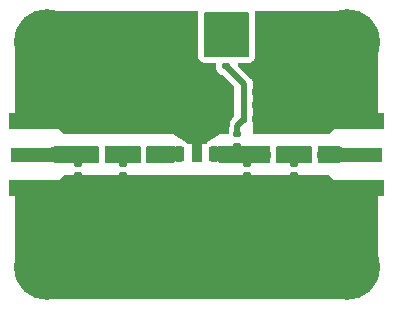
<source format=gbr>
%TF.GenerationSoftware,KiCad,Pcbnew,8.0.0*%
%TF.CreationDate,2024-05-05T15:44:05-04:00*%
%TF.ProjectId,S-Band Driver Amplifier,532d4261-6e64-4204-9472-697665722041,v1.0*%
%TF.SameCoordinates,Original*%
%TF.FileFunction,Copper,L1,Top*%
%TF.FilePolarity,Positive*%
%FSLAX46Y46*%
G04 Gerber Fmt 4.6, Leading zero omitted, Abs format (unit mm)*
G04 Created by KiCad (PCBNEW 8.0.0) date 2024-05-05 15:44:05*
%MOMM*%
%LPD*%
G01*
G04 APERTURE LIST*
G04 Aperture macros list*
%AMRoundRect*
0 Rectangle with rounded corners*
0 $1 Rounding radius*
0 $2 $3 $4 $5 $6 $7 $8 $9 X,Y pos of 4 corners*
0 Add a 4 corners polygon primitive as box body*
4,1,4,$2,$3,$4,$5,$6,$7,$8,$9,$2,$3,0*
0 Add four circle primitives for the rounded corners*
1,1,$1+$1,$2,$3*
1,1,$1+$1,$4,$5*
1,1,$1+$1,$6,$7*
1,1,$1+$1,$8,$9*
0 Add four rect primitives between the rounded corners*
20,1,$1+$1,$2,$3,$4,$5,0*
20,1,$1+$1,$4,$5,$6,$7,0*
20,1,$1+$1,$6,$7,$8,$9,0*
20,1,$1+$1,$8,$9,$2,$3,0*%
%AMFreePoly0*
4,1,9,3.862500,-0.866500,0.737500,-0.866500,0.737500,-0.450000,-0.737500,-0.450000,-0.737500,0.450000,0.737500,0.450000,0.737500,0.866500,3.862500,0.866500,3.862500,-0.866500,3.862500,-0.866500,$1*%
G04 Aperture macros list end*
%TA.AperFunction,SMDPad,CuDef*%
%ADD10RoundRect,0.135000X-0.185000X0.135000X-0.185000X-0.135000X0.185000X-0.135000X0.185000X0.135000X0*%
%TD*%
%TA.AperFunction,SMDPad,CuDef*%
%ADD11RoundRect,0.140000X-0.140000X-0.170000X0.140000X-0.170000X0.140000X0.170000X-0.140000X0.170000X0*%
%TD*%
%TA.AperFunction,SMDPad,CuDef*%
%ADD12RoundRect,0.140000X0.170000X-0.140000X0.170000X0.140000X-0.170000X0.140000X-0.170000X-0.140000X0*%
%TD*%
%TA.AperFunction,ComponentPad*%
%ADD13C,5.562600*%
%TD*%
%TA.AperFunction,SMDPad,CuDef*%
%ADD14RoundRect,0.225000X0.225000X-0.425000X0.225000X0.425000X-0.225000X0.425000X-0.225000X-0.425000X0*%
%TD*%
%TA.AperFunction,SMDPad,CuDef*%
%ADD15FreePoly0,90.000000*%
%TD*%
%TA.AperFunction,SMDPad,CuDef*%
%ADD16RoundRect,0.147500X-0.172500X0.147500X-0.172500X-0.147500X0.172500X-0.147500X0.172500X0.147500X0*%
%TD*%
%TA.AperFunction,SMDPad,CuDef*%
%ADD17R,3.600000X1.270000*%
%TD*%
%TA.AperFunction,SMDPad,CuDef*%
%ADD18R,4.200000X1.350000*%
%TD*%
%TA.AperFunction,ViaPad*%
%ADD19C,0.600000*%
%TD*%
%TA.AperFunction,Conductor*%
%ADD20C,0.500000*%
%TD*%
G04 APERTURE END LIST*
D10*
%TO.P,R1,1*%
%TO.N,VCC*%
X123140000Y-48640000D03*
%TO.P,R1,2*%
%TO.N,Net-(C5-Pad1)*%
X123140000Y-49660000D03*
%TD*%
D11*
%TO.P,C11,1*%
%TO.N,Net-(C10-Pad2)*%
X130170000Y-57150000D03*
%TO.P,C11,2*%
%TO.N,Net-(J2-In)*%
X131130000Y-57150000D03*
%TD*%
D12*
%TO.P,C10,2*%
%TO.N,Net-(C10-Pad2)*%
X128900000Y-57920000D03*
%TO.P,C10,1*%
%TO.N,GND*%
X128900000Y-58880000D03*
%TD*%
%TO.P,C9,1*%
%TO.N,GND*%
X110650000Y-58880000D03*
%TO.P,C9,2*%
%TO.N,Net-(J1-In)*%
X110650000Y-57920000D03*
%TD*%
D11*
%TO.P,C8,1*%
%TO.N,Net-(C1-Pad2)*%
X115670000Y-57150000D03*
%TO.P,C8,2*%
%TO.N,Net-(C8-Pad2)*%
X116630000Y-57150000D03*
%TD*%
D13*
%TO.P,H4,1,1*%
%TO.N,GND*%
X133350000Y-47625000D03*
%TD*%
%TO.P,H3,1,1*%
%TO.N,GND*%
X107950000Y-47625000D03*
%TD*%
%TO.P,H2,1,1*%
%TO.N,GND*%
X133350000Y-66675000D03*
%TD*%
%TO.P,H1,1,1*%
%TO.N,GND*%
X107950000Y-66675000D03*
%TD*%
D14*
%TO.P,U1,1*%
%TO.N,Net-(C8-Pad2)*%
X119150000Y-57083500D03*
D15*
%TO.P,U1,2,GND*%
%TO.N,GND*%
X120650000Y-56996000D03*
D14*
%TO.P,U1,3*%
%TO.N,Net-(C2-Pad1)*%
X122150000Y-57083500D03*
%TD*%
D16*
%TO.P,L1,1*%
%TO.N,Net-(C5-Pad1)*%
X124100000Y-55415000D03*
%TO.P,L1,2*%
%TO.N,Net-(C2-Pad1)*%
X124100000Y-56385000D03*
%TD*%
D17*
%TO.P,J2,1,In*%
%TO.N,Net-(J2-In)*%
X134602500Y-57150000D03*
D18*
%TO.P,J2,2,Ext*%
%TO.N,GND*%
X134402500Y-59975000D03*
X134402500Y-54325000D03*
%TD*%
D17*
%TO.P,J1,1,In*%
%TO.N,Net-(J1-In)*%
X106697500Y-57150000D03*
D18*
%TO.P,J1,2,Ext*%
%TO.N,GND*%
X106897500Y-54325000D03*
X106897500Y-59975000D03*
%TD*%
D11*
%TO.P,C7,1*%
%TO.N,Net-(C5-Pad1)*%
X124670000Y-52979000D03*
%TO.P,C7,2*%
%TO.N,GND*%
X125630000Y-52979000D03*
%TD*%
%TO.P,C6,1*%
%TO.N,Net-(C5-Pad1)*%
X124670000Y-51836000D03*
%TO.P,C6,2*%
%TO.N,GND*%
X125630000Y-51836000D03*
%TD*%
%TO.P,C5,1*%
%TO.N,Net-(C5-Pad1)*%
X124670000Y-54122000D03*
%TO.P,C5,2*%
%TO.N,GND*%
X125630000Y-54122000D03*
%TD*%
D12*
%TO.P,C4,1*%
%TO.N,GND*%
X124900000Y-58880000D03*
%TO.P,C4,2*%
%TO.N,Net-(C2-Pad1)*%
X124900000Y-57920000D03*
%TD*%
%TO.P,C3,1*%
%TO.N,GND*%
X114400000Y-58880000D03*
%TO.P,C3,2*%
%TO.N,Net-(C1-Pad2)*%
X114400000Y-57920000D03*
%TD*%
D11*
%TO.P,C2,1*%
%TO.N,Net-(C2-Pad1)*%
X126670000Y-57150000D03*
%TO.P,C2,2*%
%TO.N,Net-(C10-Pad2)*%
X127630000Y-57150000D03*
%TD*%
%TO.P,C1,2*%
%TO.N,Net-(C1-Pad2)*%
X113130000Y-57150000D03*
%TO.P,C1,1*%
%TO.N,Net-(J1-In)*%
X112170000Y-57150000D03*
%TD*%
D19*
%TO.N,GND*%
X133150000Y-52150000D03*
X128150000Y-52150000D03*
X130650000Y-49650000D03*
X128150000Y-47150000D03*
X125650000Y-49650000D03*
X120650000Y-49650000D03*
X115650000Y-49650000D03*
X113150000Y-47150000D03*
X110650000Y-49650000D03*
X113150000Y-52150000D03*
X108150000Y-52150000D03*
X133150000Y-62150000D03*
X128150000Y-62150000D03*
X130650000Y-64650000D03*
X128150000Y-67150000D03*
X125650000Y-64650000D03*
X123150000Y-62150000D03*
X123150000Y-67150000D03*
X120650000Y-64650000D03*
X118150000Y-62150000D03*
X118150000Y-67150000D03*
X113150000Y-67150000D03*
X115650000Y-64650000D03*
X113150000Y-62150000D03*
X110650000Y-64650000D03*
X108150000Y-62150000D03*
X126150000Y-54150000D03*
X126650000Y-54650000D03*
X127150000Y-54150000D03*
X122900000Y-51900000D03*
X122150000Y-51900000D03*
X121400000Y-51900000D03*
X120650000Y-51900000D03*
X119900000Y-51900000D03*
X119150000Y-51900000D03*
X118400000Y-51900000D03*
X122900000Y-52650000D03*
X122900000Y-53400000D03*
X122900000Y-54150000D03*
X122900000Y-54900000D03*
X118400000Y-54900000D03*
X118400000Y-54150000D03*
X118400000Y-53400000D03*
X118400000Y-52650000D03*
X122150000Y-52650000D03*
X121400000Y-52650000D03*
X120650000Y-52650000D03*
X119900000Y-52650000D03*
X119150000Y-52650000D03*
X122150000Y-53400000D03*
X122150000Y-54150000D03*
X122150000Y-54900000D03*
X119150000Y-54900000D03*
X119150000Y-54150000D03*
X119150000Y-53400000D03*
X119900000Y-53400000D03*
X120650000Y-53400000D03*
X121400000Y-53400000D03*
X121400000Y-54150000D03*
X120650000Y-54150000D03*
X119900000Y-54150000D03*
X119900000Y-54900000D03*
X120650000Y-54900000D03*
X121400000Y-54900000D03*
X121400000Y-55650000D03*
X119900000Y-55650000D03*
X120650000Y-55650000D03*
X120650000Y-56400000D03*
X120650000Y-57150000D03*
X135650000Y-54650000D03*
X134650000Y-54650000D03*
X133650000Y-54650000D03*
X132650000Y-54650000D03*
X135650000Y-59650000D03*
X134650000Y-59650000D03*
X133650000Y-59650000D03*
X132650000Y-59650000D03*
X108650000Y-54650000D03*
X107650000Y-54650000D03*
X106650000Y-54650000D03*
X105650000Y-54650000D03*
X105650000Y-59650000D03*
X106650000Y-59650000D03*
X107650000Y-59650000D03*
X108650000Y-59650000D03*
X128150000Y-54150000D03*
X129150000Y-54150000D03*
X130150000Y-54150000D03*
X131150000Y-54150000D03*
X117150000Y-54150000D03*
X116150000Y-54150000D03*
X115150000Y-54150000D03*
X114150000Y-54150000D03*
X113150000Y-54150000D03*
X112150000Y-54150000D03*
X111150000Y-54150000D03*
X110150000Y-54150000D03*
X131150000Y-60150000D03*
X130150000Y-60150000D03*
X129150000Y-60150000D03*
X128150000Y-60150000D03*
X127150000Y-60150000D03*
X126150000Y-60150000D03*
X125150000Y-60150000D03*
X124150000Y-60150000D03*
X123150000Y-60150000D03*
X122150000Y-60150000D03*
X121150000Y-60150000D03*
X120150000Y-60150000D03*
X119150000Y-60150000D03*
X118150000Y-60150000D03*
X117150000Y-60150000D03*
X116150000Y-60150000D03*
X115150000Y-60150000D03*
X114150000Y-60150000D03*
X113150000Y-60150000D03*
X112150000Y-60150000D03*
X111150000Y-60150000D03*
X110150000Y-60150000D03*
X127650000Y-54650000D03*
X128650000Y-54650000D03*
X129650000Y-54650000D03*
X130650000Y-54650000D03*
X131650000Y-54650000D03*
X117650000Y-54650000D03*
X116650000Y-54650000D03*
X115650000Y-54650000D03*
X114650000Y-54650000D03*
X113650000Y-54650000D03*
X112650000Y-54650000D03*
X111650000Y-54650000D03*
X110650000Y-54650000D03*
X109650000Y-54650000D03*
X131650000Y-59650000D03*
X130650000Y-59650000D03*
X129650000Y-59650000D03*
X128650000Y-59650000D03*
X127650000Y-59650000D03*
X126650000Y-59650000D03*
X125650000Y-59650000D03*
X124650000Y-59650000D03*
X123650000Y-59650000D03*
X122650000Y-59650000D03*
X121650000Y-59650000D03*
X120650000Y-59650000D03*
X119650000Y-59650000D03*
X118650000Y-59650000D03*
X117650000Y-59650000D03*
X116650000Y-59650000D03*
X115650000Y-59650000D03*
X114650000Y-59650000D03*
X113650000Y-59650000D03*
X112650000Y-59650000D03*
X111650000Y-59650000D03*
X110650000Y-59650000D03*
X109650000Y-59650000D03*
%TD*%
D20*
%TO.N,Net-(C5-Pad1)*%
X124670000Y-51190000D02*
X123140000Y-49660000D01*
X124670000Y-51836000D02*
X124670000Y-51190000D01*
X124100000Y-54692000D02*
X124670000Y-54122000D01*
X124100000Y-55415000D02*
X124100000Y-54692000D01*
X124670000Y-51836000D02*
X124670000Y-52979000D01*
X124670000Y-54122000D02*
X124670000Y-52979000D01*
%TD*%
%TA.AperFunction,Conductor*%
%TO.N,Net-(J1-In)*%
G36*
X112343039Y-56419685D02*
G01*
X112388794Y-56472489D01*
X112400000Y-56524000D01*
X112400000Y-57776000D01*
X112380315Y-57843039D01*
X112327511Y-57888794D01*
X112276000Y-57900000D01*
X108679272Y-57900000D01*
X108623818Y-57886909D01*
X108218546Y-57684273D01*
X108167387Y-57636686D01*
X108150000Y-57573364D01*
X108150000Y-56726636D01*
X108169685Y-56659597D01*
X108218546Y-56615727D01*
X108623818Y-56413091D01*
X108679272Y-56400000D01*
X112276000Y-56400000D01*
X112343039Y-56419685D01*
G37*
%TD.AperFunction*%
%TD*%
%TA.AperFunction,Conductor*%
%TO.N,Net-(C8-Pad2)*%
G36*
X118843039Y-56419685D02*
G01*
X118888794Y-56472489D01*
X118900000Y-56524000D01*
X118900000Y-57598638D01*
X118880315Y-57665677D01*
X118863681Y-57686319D01*
X118686319Y-57863681D01*
X118624996Y-57897166D01*
X118598638Y-57900000D01*
X116524000Y-57900000D01*
X116456961Y-57880315D01*
X116411206Y-57827511D01*
X116400000Y-57776000D01*
X116400000Y-56524000D01*
X116419685Y-56456961D01*
X116472489Y-56411206D01*
X116524000Y-56400000D01*
X118776000Y-56400000D01*
X118843039Y-56419685D01*
G37*
%TD.AperFunction*%
%TD*%
%TA.AperFunction,Conductor*%
%TO.N,GND*%
G36*
X131915677Y-58919685D02*
G01*
X131936319Y-58936319D01*
X132400000Y-59400000D01*
X135900500Y-59400000D01*
X135967539Y-59419685D01*
X136013294Y-59472489D01*
X136024500Y-59524000D01*
X136024500Y-66671519D01*
X136024305Y-66678472D01*
X136008073Y-66967497D01*
X136006516Y-66981315D01*
X135958611Y-67263264D01*
X135955517Y-67276821D01*
X135876342Y-67551642D01*
X135871749Y-67564767D01*
X135762306Y-67828987D01*
X135756273Y-67841515D01*
X135617929Y-68091830D01*
X135610530Y-68103604D01*
X135445042Y-68336837D01*
X135436373Y-68347709D01*
X135245797Y-68560964D01*
X135235964Y-68570797D01*
X135022709Y-68761373D01*
X135011837Y-68770042D01*
X134778604Y-68935530D01*
X134766830Y-68942929D01*
X134516515Y-69081273D01*
X134503987Y-69087306D01*
X134239767Y-69196749D01*
X134226642Y-69201342D01*
X133951821Y-69280517D01*
X133938264Y-69283611D01*
X133656315Y-69331516D01*
X133642497Y-69333073D01*
X133353472Y-69349305D01*
X133346519Y-69349500D01*
X107953481Y-69349500D01*
X107946528Y-69349305D01*
X107657502Y-69333073D01*
X107643684Y-69331516D01*
X107361735Y-69283611D01*
X107348178Y-69280517D01*
X107073357Y-69201342D01*
X107060232Y-69196749D01*
X106796012Y-69087306D01*
X106783484Y-69081273D01*
X106533169Y-68942929D01*
X106521395Y-68935530D01*
X106288162Y-68770042D01*
X106277290Y-68761373D01*
X106064035Y-68570797D01*
X106054202Y-68560964D01*
X105863626Y-68347709D01*
X105854961Y-68336843D01*
X105689468Y-68103603D01*
X105682070Y-68091830D01*
X105543726Y-67841515D01*
X105537696Y-67828994D01*
X105428250Y-67564767D01*
X105423657Y-67551642D01*
X105344482Y-67276821D01*
X105341388Y-67263264D01*
X105293481Y-66981305D01*
X105291927Y-66967507D01*
X105275695Y-66678472D01*
X105275500Y-66671519D01*
X105275500Y-59524000D01*
X105295185Y-59456961D01*
X105347989Y-59411206D01*
X105399500Y-59400000D01*
X108900000Y-59400000D01*
X109363681Y-58936319D01*
X109425004Y-58902834D01*
X109451362Y-58900000D01*
X131848638Y-58900000D01*
X131915677Y-58919685D01*
G37*
%TD.AperFunction*%
%TD*%
%TA.AperFunction,Conductor*%
%TO.N,Net-(J2-In)*%
G36*
X132676182Y-56413091D02*
G01*
X133081454Y-56615727D01*
X133132613Y-56663314D01*
X133150000Y-56726636D01*
X133150000Y-57573364D01*
X133130315Y-57640403D01*
X133081454Y-57684273D01*
X132676182Y-57886909D01*
X132620728Y-57900000D01*
X131024000Y-57900000D01*
X130956961Y-57880315D01*
X130911206Y-57827511D01*
X130900000Y-57776000D01*
X130900000Y-56524000D01*
X130919685Y-56456961D01*
X130972489Y-56411206D01*
X131024000Y-56400000D01*
X132620728Y-56400000D01*
X132676182Y-56413091D01*
G37*
%TD.AperFunction*%
%TD*%
%TA.AperFunction,Conductor*%
%TO.N,Net-(C2-Pad1)*%
G36*
X126843039Y-56419685D02*
G01*
X126888794Y-56472489D01*
X126900000Y-56524000D01*
X126900000Y-57776000D01*
X126880315Y-57843039D01*
X126827511Y-57888794D01*
X126776000Y-57900000D01*
X122701362Y-57900000D01*
X122634323Y-57880315D01*
X122613681Y-57863681D01*
X122436319Y-57686319D01*
X122402834Y-57624996D01*
X122400000Y-57598638D01*
X122400000Y-56524000D01*
X122419685Y-56456961D01*
X122472489Y-56411206D01*
X122524000Y-56400000D01*
X126776000Y-56400000D01*
X126843039Y-56419685D01*
G37*
%TD.AperFunction*%
%TD*%
%TA.AperFunction,Conductor*%
%TO.N,GND*%
G36*
X123822000Y-53806928D02*
G01*
X123802315Y-53873967D01*
X123797481Y-53880952D01*
X123444000Y-54355999D01*
X123444000Y-54356000D01*
X123405006Y-55281221D01*
X123382516Y-55347373D01*
X123327832Y-55390863D01*
X123281116Y-55400000D01*
X122650000Y-55400000D01*
X121429452Y-56132329D01*
X121365655Y-56150000D01*
X119934345Y-56150000D01*
X119870548Y-56132329D01*
X118650000Y-55400000D01*
X109451362Y-55400000D01*
X109384323Y-55380315D01*
X109363681Y-55363681D01*
X108900000Y-54900000D01*
X105399500Y-54900000D01*
X105332461Y-54880315D01*
X105286706Y-54827511D01*
X105275500Y-54776000D01*
X105275500Y-51400000D01*
X123822000Y-51400000D01*
X123822000Y-53806928D01*
G37*
%TD.AperFunction*%
%TD*%
%TA.AperFunction,Conductor*%
%TO.N,GND*%
G36*
X136024500Y-54776000D02*
G01*
X136004815Y-54843039D01*
X135952011Y-54888794D01*
X135900500Y-54900000D01*
X132399999Y-54900000D01*
X131936319Y-55363681D01*
X131874996Y-55397166D01*
X131848638Y-55400000D01*
X125524000Y-55400000D01*
X125456961Y-55380315D01*
X125411206Y-55327511D01*
X125400000Y-55276000D01*
X125400000Y-52650000D01*
X136024500Y-52650000D01*
X136024500Y-54776000D01*
G37*
%TD.AperFunction*%
%TD*%
%TA.AperFunction,Conductor*%
%TO.N,GND*%
G36*
X133353472Y-44950695D02*
G01*
X133642507Y-44966927D01*
X133656305Y-44968481D01*
X133938265Y-45016388D01*
X133951821Y-45019482D01*
X134226642Y-45098657D01*
X134239768Y-45103250D01*
X134503994Y-45212696D01*
X134516508Y-45218722D01*
X134766830Y-45357070D01*
X134778603Y-45364468D01*
X135011843Y-45529961D01*
X135022704Y-45538622D01*
X135235964Y-45729202D01*
X135245797Y-45739035D01*
X135436373Y-45952290D01*
X135445042Y-45963162D01*
X135610530Y-46196395D01*
X135617929Y-46208169D01*
X135756273Y-46458484D01*
X135762306Y-46471012D01*
X135871749Y-46735232D01*
X135876342Y-46748357D01*
X135955517Y-47023178D01*
X135958611Y-47036735D01*
X136006516Y-47318684D01*
X136008073Y-47332502D01*
X136024305Y-47621527D01*
X136024500Y-47628480D01*
X136024500Y-52650000D01*
X125430790Y-52650000D01*
X125425423Y-52631528D01*
X125420500Y-52596934D01*
X125420500Y-52218065D01*
X125425424Y-52183469D01*
X125447643Y-52106993D01*
X125450500Y-52070690D01*
X125450500Y-51601310D01*
X125447643Y-51565007D01*
X125425423Y-51488528D01*
X125420500Y-51453934D01*
X125420500Y-51116079D01*
X125402482Y-51025501D01*
X125402482Y-51025500D01*
X125391659Y-50971088D01*
X125337408Y-50840117D01*
X125335765Y-50835525D01*
X125335084Y-50834505D01*
X125302186Y-50785270D01*
X125302185Y-50785268D01*
X125252956Y-50711589D01*
X125252952Y-50711584D01*
X124153549Y-49612181D01*
X124120064Y-49550858D01*
X124125048Y-49481166D01*
X124166920Y-49425233D01*
X124232384Y-49400816D01*
X124241230Y-49400500D01*
X124970990Y-49400500D01*
X124971000Y-49400500D01*
X125078456Y-49388947D01*
X125129967Y-49377741D01*
X125164197Y-49366347D01*
X125232497Y-49343616D01*
X125232501Y-49343613D01*
X125232504Y-49343613D01*
X125353543Y-49265825D01*
X125406347Y-49220070D01*
X125500567Y-49111336D01*
X125560338Y-48980459D01*
X125580023Y-48913420D01*
X125580024Y-48913416D01*
X125600500Y-48771000D01*
X125600500Y-45209000D01*
X125588947Y-45101544D01*
X125588798Y-45100859D01*
X125588809Y-45100697D01*
X125588414Y-45098255D01*
X125588990Y-45098161D01*
X125593781Y-45031169D01*
X125635652Y-44975234D01*
X125701116Y-44950816D01*
X125709964Y-44950500D01*
X133284108Y-44950500D01*
X133346519Y-44950500D01*
X133353472Y-44950695D01*
G37*
%TD.AperFunction*%
%TA.AperFunction,Conductor*%
G36*
X120740602Y-44970185D02*
G01*
X120786357Y-45022989D01*
X120796300Y-45092145D01*
X120779500Y-45209000D01*
X120779500Y-48771000D01*
X120779501Y-48771009D01*
X120791052Y-48878450D01*
X120791054Y-48878462D01*
X120802260Y-48929972D01*
X120836383Y-49032497D01*
X120836386Y-49032503D01*
X120914171Y-49153537D01*
X120914179Y-49153548D01*
X120959923Y-49206340D01*
X120959926Y-49206343D01*
X120959930Y-49206347D01*
X121068664Y-49300567D01*
X121068667Y-49300568D01*
X121068668Y-49300569D01*
X121162925Y-49343616D01*
X121199541Y-49360338D01*
X121266580Y-49380023D01*
X121266584Y-49380024D01*
X121409000Y-49400500D01*
X122195500Y-49400500D01*
X122262539Y-49420185D01*
X122308294Y-49472989D01*
X122319500Y-49524500D01*
X122319500Y-49859169D01*
X122319501Y-49859191D01*
X122322335Y-49895205D01*
X122367129Y-50049388D01*
X122367131Y-50049393D01*
X122448863Y-50187595D01*
X122448869Y-50187603D01*
X122562396Y-50301130D01*
X122562400Y-50301133D01*
X122562402Y-50301135D01*
X122700607Y-50382869D01*
X122812243Y-50415302D01*
X122865329Y-50446697D01*
X123785681Y-51367049D01*
X123803674Y-51400000D01*
X105275500Y-51400000D01*
X105275500Y-47628480D01*
X105275695Y-47621527D01*
X105279200Y-47559108D01*
X105291927Y-47332490D01*
X105293481Y-47318696D01*
X105341389Y-47036730D01*
X105344482Y-47023178D01*
X105423657Y-46748357D01*
X105428250Y-46735232D01*
X105537699Y-46470997D01*
X105543719Y-46458498D01*
X105682076Y-46208159D01*
X105689463Y-46196404D01*
X105854968Y-45963147D01*
X105863614Y-45952304D01*
X106054212Y-45739024D01*
X106064024Y-45729212D01*
X106277304Y-45538614D01*
X106288147Y-45529968D01*
X106521404Y-45364463D01*
X106533159Y-45357076D01*
X106783498Y-45218719D01*
X106795997Y-45212699D01*
X107060236Y-45103248D01*
X107073353Y-45098658D01*
X107348184Y-45019480D01*
X107361730Y-45016389D01*
X107643696Y-44968481D01*
X107657490Y-44966927D01*
X107946528Y-44950695D01*
X107953481Y-44950500D01*
X108015892Y-44950500D01*
X120673563Y-44950500D01*
X120740602Y-44970185D01*
G37*
%TD.AperFunction*%
%TD*%
%TA.AperFunction,Conductor*%
%TO.N,VCC*%
G36*
X125038039Y-45104685D02*
G01*
X125083794Y-45157489D01*
X125095000Y-45209000D01*
X125095000Y-48771000D01*
X125075315Y-48838039D01*
X125022511Y-48883794D01*
X124971000Y-48895000D01*
X123451027Y-48895000D01*
X123428746Y-48892982D01*
X123425202Y-48892334D01*
X123389181Y-48889500D01*
X122890830Y-48889500D01*
X122890808Y-48889501D01*
X122854794Y-48892335D01*
X122851253Y-48892982D01*
X122828975Y-48895000D01*
X121409000Y-48895000D01*
X121341961Y-48875315D01*
X121296206Y-48822511D01*
X121285000Y-48771000D01*
X121285000Y-45209000D01*
X121304685Y-45141961D01*
X121357489Y-45096206D01*
X121409000Y-45085000D01*
X124971000Y-45085000D01*
X125038039Y-45104685D01*
G37*
%TD.AperFunction*%
%TD*%
%TA.AperFunction,Conductor*%
%TO.N,Net-(C1-Pad2)*%
G36*
X115843039Y-56419685D02*
G01*
X115888794Y-56472489D01*
X115900000Y-56524000D01*
X115900000Y-57776000D01*
X115880315Y-57843039D01*
X115827511Y-57888794D01*
X115776000Y-57900000D01*
X113024000Y-57900000D01*
X112956961Y-57880315D01*
X112911206Y-57827511D01*
X112900000Y-57776000D01*
X112900000Y-56524000D01*
X112919685Y-56456961D01*
X112972489Y-56411206D01*
X113024000Y-56400000D01*
X115776000Y-56400000D01*
X115843039Y-56419685D01*
G37*
%TD.AperFunction*%
%TD*%
%TA.AperFunction,Conductor*%
%TO.N,Net-(C10-Pad2)*%
G36*
X130343039Y-56419685D02*
G01*
X130388794Y-56472489D01*
X130400000Y-56524000D01*
X130400000Y-57776000D01*
X130380315Y-57843039D01*
X130327511Y-57888794D01*
X130276000Y-57900000D01*
X127524000Y-57900000D01*
X127456961Y-57880315D01*
X127411206Y-57827511D01*
X127400000Y-57776000D01*
X127400000Y-56524000D01*
X127419685Y-56456961D01*
X127472489Y-56411206D01*
X127524000Y-56400000D01*
X130276000Y-56400000D01*
X130343039Y-56419685D01*
G37*
%TD.AperFunction*%
%TD*%
M02*

</source>
